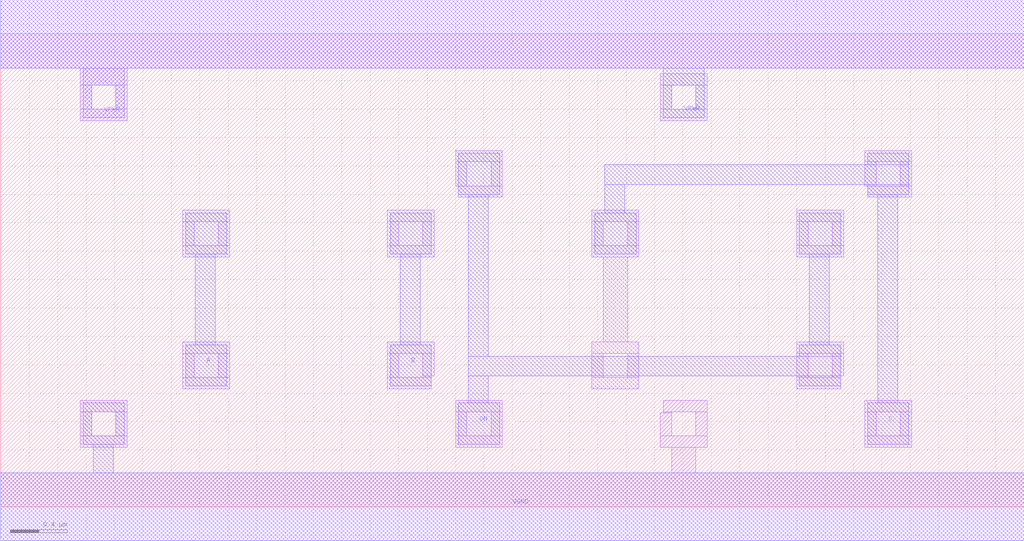
<source format=lef>
VERSION 5.7 ;
  NOWIREEXTENSIONATPIN ON ;
  DIVIDERCHAR "/" ;
  BUSBITCHARS "[]" ;
MACRO ASYNC2
  CLASS CORE ;
  FOREIGN ASYNC2 ;
  ORIGIN 0.000 0.000 ;
  SIZE 7.200 BY 3.330 ;
  SYMMETRY X Y R90 ;
  SITE unit ;
  PIN VPWR
    DIRECTION INOUT ;
    USE POWER ;
    SHAPE ABUTMENT ;
    PORT
      LAYER met1 ;
        RECT 0.000 3.090 7.200 3.570 ;
        RECT 0.580 2.970 0.870 3.090 ;
        RECT 0.580 2.800 0.640 2.970 ;
        RECT 0.810 2.800 0.870 2.970 ;
        RECT 0.580 2.740 0.870 2.800 ;
        RECT 4.660 2.970 4.950 3.090 ;
        RECT 4.660 2.800 4.720 2.970 ;
        RECT 4.890 2.800 4.950 2.970 ;
        RECT 4.660 2.740 4.950 2.800 ;
    END
    PORT
      LAYER li1 ;
        RECT 0.000 3.090 7.200 3.570 ;
        RECT 0.560 2.970 0.890 3.090 ;
        RECT 0.560 2.800 0.640 2.970 ;
        RECT 0.810 2.800 0.890 2.970 ;
        RECT 0.560 2.720 0.890 2.800 ;
    END
  END VPWR
  PIN VGND
    DIRECTION INOUT ;
    USE GROUND ;
    SHAPE ABUTMENT ;
    PORT
      LAYER met1 ;
        RECT 0.580 0.670 0.870 0.730 ;
        RECT 0.580 0.500 0.640 0.670 ;
        RECT 0.810 0.500 0.870 0.670 ;
        RECT 0.580 0.440 0.870 0.500 ;
        RECT 0.650 0.240 0.790 0.440 ;
        RECT 0.000 -0.240 7.200 0.240 ;
    END
    PORT
      LAYER li1 ;
        RECT 4.660 0.670 4.970 0.750 ;
        RECT 4.660 0.660 4.720 0.670 ;
        RECT 4.640 0.500 4.720 0.660 ;
        RECT 4.890 0.500 4.970 0.670 ;
        RECT 4.640 0.420 4.970 0.500 ;
        RECT 4.720 0.240 4.890 0.420 ;
        RECT 0.000 -0.240 7.200 0.240 ;
    END
  END VGND
  PIN C
    DIRECTION INOUT ;
    USE SIGNAL ;
    SHAPE ABUTMENT ;
    PORT
      LAYER met1 ;
        RECT 6.100 2.410 6.390 2.490 ;
        RECT 4.250 2.270 6.390 2.410 ;
        RECT 4.250 2.070 4.390 2.270 ;
        RECT 6.100 2.200 6.390 2.270 ;
        RECT 4.180 1.780 4.470 2.070 ;
        RECT 6.170 0.730 6.310 2.200 ;
        RECT 6.100 0.440 6.390 0.730 ;
    END
  END C
  PIN CN
    DIRECTION INOUT ;
    USE SIGNAL ;
    SHAPE ABUTMENT ;
    PORT
      LAYER met1 ;
        RECT 3.220 2.200 3.510 2.490 ;
        RECT 3.290 1.060 3.430 2.200 ;
        RECT 5.620 1.780 5.910 2.070 ;
        RECT 5.690 1.140 5.830 1.780 ;
        RECT 5.620 1.060 5.910 1.140 ;
        RECT 3.290 0.920 5.910 1.060 ;
        RECT 3.290 0.730 3.430 0.920 ;
        RECT 5.620 0.850 5.910 0.920 ;
        RECT 3.220 0.440 3.510 0.730 ;
    END
  END CN
  PIN B
    DIRECTION INOUT ;
    USE SIGNAL ;
    SHAPE ABUTMENT ;
    PORT
      LAYER met1 ;
        RECT 2.740 1.780 3.030 2.070 ;
        RECT 2.810 1.140 2.950 1.780 ;
        RECT 2.740 0.850 3.030 1.140 ;
    END
  END B
  PIN A
    DIRECTION INOUT ;
    USE SIGNAL ;
    SHAPE ABUTMENT ;
    PORT
      LAYER met1 ;
        RECT 1.300 1.780 1.590 2.070 ;
        RECT 1.370 1.140 1.510 1.780 ;
        RECT 1.300 0.850 1.590 1.140 ;
    END
  END A
  OBS
      LAYER li1 ;
        RECT 4.640 2.970 4.970 3.050 ;
        RECT 4.640 2.800 4.720 2.970 ;
        RECT 4.890 2.800 4.970 2.970 ;
        RECT 4.640 2.720 4.970 2.800 ;
        RECT 3.200 2.430 3.530 2.510 ;
        RECT 3.200 2.260 3.280 2.430 ;
        RECT 3.450 2.260 3.530 2.430 ;
        RECT 6.080 2.430 6.410 2.510 ;
        RECT 6.080 2.260 6.160 2.430 ;
        RECT 6.330 2.260 6.410 2.430 ;
        RECT 3.220 2.180 3.530 2.260 ;
        RECT 6.100 2.180 6.410 2.260 ;
        RECT 1.280 2.010 1.610 2.090 ;
        RECT 1.280 1.840 1.360 2.010 ;
        RECT 1.530 1.840 1.610 2.010 ;
        RECT 1.280 1.760 1.610 1.840 ;
        RECT 2.720 2.010 3.050 2.090 ;
        RECT 2.720 1.840 2.800 2.010 ;
        RECT 2.970 1.840 3.050 2.010 ;
        RECT 2.720 1.760 3.050 1.840 ;
        RECT 4.160 2.010 4.490 2.090 ;
        RECT 4.160 1.840 4.240 2.010 ;
        RECT 4.410 1.840 4.490 2.010 ;
        RECT 4.160 1.760 4.490 1.840 ;
        RECT 5.600 2.010 5.930 2.090 ;
        RECT 5.600 1.840 5.680 2.010 ;
        RECT 5.850 1.840 5.930 2.010 ;
        RECT 5.600 1.760 5.930 1.840 ;
        RECT 4.240 1.160 4.410 1.760 ;
        RECT 1.280 1.080 1.610 1.160 ;
        RECT 1.280 0.910 1.360 1.080 ;
        RECT 1.530 0.910 1.610 1.080 ;
        RECT 1.280 0.830 1.610 0.910 ;
        RECT 2.720 1.080 3.050 1.160 ;
        RECT 2.720 0.910 2.800 1.080 ;
        RECT 2.970 0.920 3.050 1.080 ;
        RECT 4.160 1.080 4.490 1.160 ;
        RECT 2.970 0.910 3.030 0.920 ;
        RECT 2.720 0.830 3.030 0.910 ;
        RECT 4.160 0.910 4.240 1.080 ;
        RECT 4.410 0.910 4.490 1.080 ;
        RECT 4.160 0.830 4.490 0.910 ;
        RECT 5.600 1.080 5.930 1.160 ;
        RECT 5.600 0.910 5.680 1.080 ;
        RECT 5.850 0.920 5.930 1.080 ;
        RECT 5.850 0.910 5.910 0.920 ;
        RECT 5.600 0.830 5.910 0.910 ;
        RECT 0.560 0.670 0.890 0.750 ;
        RECT 0.560 0.500 0.640 0.670 ;
        RECT 0.810 0.500 0.890 0.670 ;
        RECT 0.560 0.420 0.890 0.500 ;
        RECT 3.200 0.670 3.530 0.750 ;
        RECT 3.200 0.500 3.280 0.670 ;
        RECT 3.450 0.500 3.530 0.670 ;
        RECT 3.200 0.420 3.530 0.500 ;
        RECT 6.080 0.670 6.410 0.750 ;
        RECT 6.080 0.500 6.160 0.670 ;
        RECT 6.330 0.500 6.410 0.670 ;
        RECT 6.080 0.420 6.410 0.500 ;
  END
END ASYNC2
END LIBRARY


</source>
